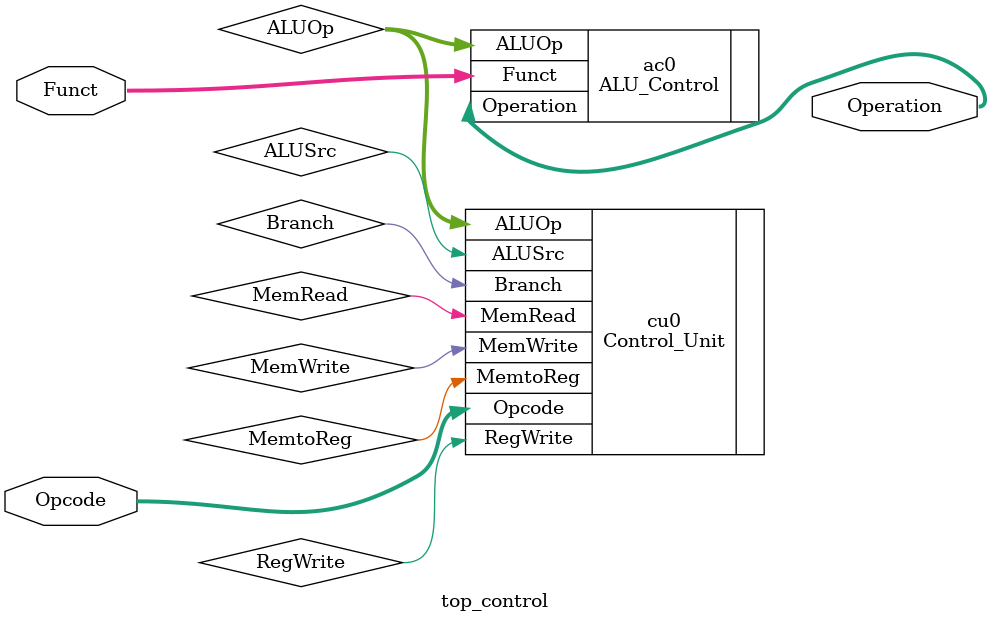
<source format=v>
module top_control(
	input [6:0] Opcode,
	input [3:0] Funct,
	output [3:0] Operation
);

	wire Branch;
	wire MemRead; 
	wire MemtoReg; 
	wire MemWrite; 
	wire ALUSrc; 
	wire RegWrite;
	wire [1:0] ALUOp;

Control_Unit cu0(
	.Opcode(Opcode),
	.Branch(Branch),
	.MemRead(MemRead),
	.MemtoReg(MemtoReg),
	.MemWrite(MemWrite),
	.ALUSrc(ALUSrc),
	.RegWrite(RegWrite),
	.ALUOp(ALUOp)
);

ALU_Control ac0(
	.ALUOp(ALUOp),
	.Funct(Funct),
	.Operation(Operation)
);

endmodule
</source>
